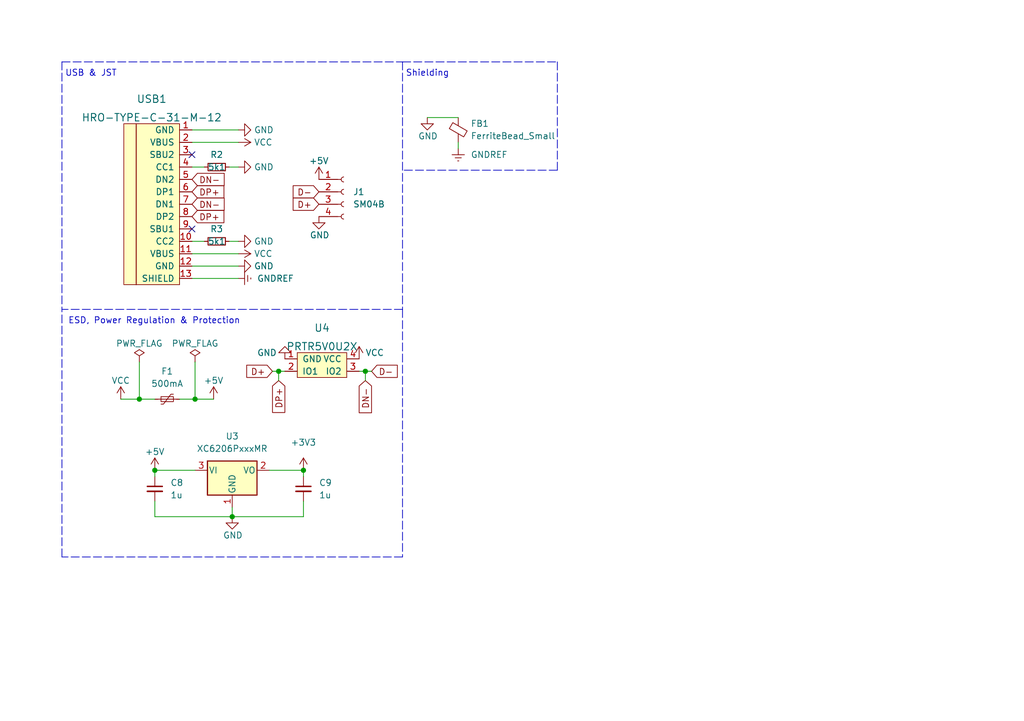
<source format=kicad_sch>
(kicad_sch (version 20211123) (generator eeschema)
  (paper "A5")
  (lib_symbols
    (symbol "Connector:Conn_01x04_Female" (pin_names (offset 1.016) hide)
      (property "Reference" "J" (at 0 5.08 0))
      (property "Value" "Conn_01x04_Female" (at 0 -7.62 0))
      (symbol "Conn_01x04_Female_1_1"
        (arc (start 0 -4.572) (mid -0.508 -5.08) (end 0 -5.588) (stroke (width 0.1524)))
        (arc (start 0 -2.032) (mid -0.508 -2.54) (end 0 -3.048) (stroke (width 0.1524)))
        (polyline (pts (xy -1.27 -5.08) (xy -0.508 -5.08)) (stroke (width 0.1524)))
        (polyline (pts (xy -1.27 -2.54) (xy -0.508 -2.54)) (stroke (width 0.1524)))
        (polyline (pts (xy -1.27 0) (xy -0.508 0)) (stroke (width 0.1524)))
        (polyline (pts (xy -1.27 2.54) (xy -0.508 2.54)) (stroke (width 0.1524)))
        (arc (start 0 0.508) (mid -0.508 0) (end 0 -0.508) (stroke (width 0.1524)))
        (arc (start 0 3.048) (mid -0.508 2.54) (end 0 2.032) (stroke (width 0.1524)))
        (pin passive line (at -5.08 2.54 0) (length 3.81) (name "Pin_1") (number "1"))
        (pin passive line (at -5.08 0 0) (length 3.81) (name "Pin_2") (number "2"))
        (pin passive line (at -5.08 -2.54 0) (length 3.81) (name "Pin_3") (number "3"))
        (pin passive line (at -5.08 -5.08 0) (length 3.81) (name "Pin_4") (number "4"))
      )
    )
    (symbol "Device:C_Small" (pin_numbers hide) (pin_names (offset 0.254) hide)
      (property "Reference" "C" (at 0.254 1.778 0))
      (property "Value" "C_Small" (at 0.254 -2.032 0))
      (symbol "C_Small_0_1"
        (polyline (pts (xy -1.524 -0.508) (xy 1.524 -0.508)) (stroke (width 0.3302)))
        (polyline (pts (xy -1.524 0.508) (xy 1.524 0.508)) (stroke (width 0.3048)))
      )
      (symbol "C_Small_1_1"
        (pin passive line (at 0 2.54 270) (length 2.032) (name "~") (number "1"))
        (pin passive line (at 0 -2.54 90) (length 2.032) (name "~") (number "2"))
      )
    )
    (symbol "Device:FerriteBead_Small" (pin_numbers hide) (pin_names (offset 0))
      (property "Reference" "FB" (at 1.905 1.27 0))
      (property "Value" "FerriteBead_Small" (at 1.905 -1.27 0))
      (symbol "FerriteBead_Small_0_1"
        (polyline (pts (xy 0 -1.27) (xy 0 -0.7874)))
        (polyline (pts (xy 0 0.889) (xy 0 1.2954)))
        (polyline (pts (xy -1.8288 0.2794) (xy -1.1176 1.4986) (xy 1.8288 -0.2032) (xy 1.1176 -1.4224) (xy -1.8288 0.2794)))
      )
      (symbol "FerriteBead_Small_1_1"
        (pin passive line (at 0 2.54 270) (length 1.27) (name "~") (number "1"))
        (pin passive line (at 0 -2.54 90) (length 1.27) (name "~") (number "2"))
      )
    )
    (symbol "Device:Polyfuse_Small" (pin_numbers hide) (pin_names (offset 0))
      (property "Reference" "F" (at -1.905 0 90))
      (property "Value" "Polyfuse_Small" (at 1.905 0 90))
      (symbol "Polyfuse_Small_0_1"
        (rectangle (start -0.508 1.27) (end 0.508 -1.27))
        (polyline (pts (xy 0 2.54) (xy 0 -2.54)))
        (polyline (pts (xy -1.016 1.27) (xy -1.016 0.762) (xy 1.016 -0.762) (xy 1.016 -1.27)))
      )
      (symbol "Polyfuse_Small_1_1"
        (pin passive line (at 0 2.54 270) (length 0.635) (name "~") (number "1"))
        (pin passive line (at 0 -2.54 90) (length 0.635) (name "~") (number "2"))
      )
    )
    (symbol "Device:R_Small" (pin_numbers hide) (pin_names (offset 0.254) hide)
      (property "Reference" "R" (at 0.762 0.508 0))
      (property "Value" "R_Small" (at 0.762 -1.016 0))
      (symbol "R_Small_0_1"
        (rectangle (start -0.762 1.778) (end 0.762 -1.778) (stroke (width 0.2032)))
      )
      (symbol "R_Small_1_1"
        (pin passive line (at 0 2.54 270) (length 0.762) (name "~") (number "1"))
        (pin passive line (at 0 -2.54 90) (length 0.762) (name "~") (number "2"))
      )
    )
    (symbol "Regulator_Linear:XC6206PxxxMR" (pin_names (offset 0.254))
      (property "Reference" "U" (at -3.81 3.175 0))
      (property "Value" "XC6206PxxxMR" (at 0 3.175 0))
      (symbol "XC6206PxxxMR_0_1"
        (rectangle (start -5.08 1.905) (end 5.08 -5.08) (stroke (width 0.254)) (fill (type background)))
      )
      (symbol "XC6206PxxxMR_1_1"
        (pin power_in line (at 0 -7.62 90) (length 2.54) (name "GND") (number "1"))
        (pin power_out line (at 7.62 0 180) (length 2.54) (name "VO") (number "2"))
        (pin power_in line (at -7.62 0 0) (length 2.54) (name "VI") (number "3"))
      )
    )
    (symbol "cipulot_parts:HRO-TYPE-C-31-M-12" (pin_names (offset 1.016))
      (property "Reference" "USB" (at -5.08 16.51 0))
      (property "Value" "HRO-TYPE-C-31-M-12" (at -10.16 -1.27 90))
      (symbol "HRO-TYPE-C-31-M-12_0_1"
        (rectangle (start -11.43 15.24) (end -8.89 -17.78) (fill (type background)))
        (rectangle (start 0 -17.78) (end -8.89 15.24) (fill (type background)))
      )
      (symbol "HRO-TYPE-C-31-M-12_1_1"
        (pin input line (at 2.54 13.97 180) (length 2.54) (name "GND") (number "1"))
        (pin input line (at 2.54 -8.89 180) (length 2.54) (name "CC2") (number "10"))
        (pin input line (at 2.54 -11.43 180) (length 2.54) (name "VBUS") (number "11"))
        (pin input line (at 2.54 -13.97 180) (length 2.54) (name "GND") (number "12"))
        (pin input line (at 2.54 -16.51 180) (length 2.54) (name "SHIELD") (number "13"))
        (pin input line (at 2.54 11.43 180) (length 2.54) (name "VBUS") (number "2"))
        (pin input line (at 2.54 8.89 180) (length 2.54) (name "SBU2") (number "3"))
        (pin input line (at 2.54 6.35 180) (length 2.54) (name "CC1") (number "4"))
        (pin input line (at 2.54 3.81 180) (length 2.54) (name "DN2") (number "5"))
        (pin input line (at 2.54 1.27 180) (length 2.54) (name "DP1") (number "6"))
        (pin input line (at 2.54 -1.27 180) (length 2.54) (name "DN1") (number "7"))
        (pin input line (at 2.54 -3.81 180) (length 2.54) (name "DP2") (number "8"))
        (pin input line (at 2.54 -6.35 180) (length 2.54) (name "SBU1") (number "9"))
      )
    )
    (symbol "cipulot_parts:PRTR5V0U2X" (pin_names (offset 1.016))
      (property "Reference" "U" (at 0 3.81 0))
      (property "Value" "PRTR5V0U2X" (at 0 -3.81 0))
      (symbol "PRTR5V0U2X_0_1"
        (rectangle (start -5.08 2.54) (end 5.08 -2.54) (fill (type background)))
      )
      (symbol "PRTR5V0U2X_1_1"
        (pin input line (at -7.62 1.27 0) (length 2.54) (name "GND") (number "1"))
        (pin input line (at -7.62 -1.27 0) (length 2.54) (name "IO1") (number "2"))
        (pin input line (at 7.62 -1.27 180) (length 2.54) (name "IO2") (number "3"))
        (pin input line (at 7.62 1.27 180) (length 2.54) (name "VCC") (number "4"))
      )
    )
    (symbol "power:+3V3" (power) (pin_names (offset 0))
      (property "Value" "+3V3" (at 0 3.556 0))
      (symbol "+3V3_0_1"
        (polyline (pts (xy -0.762 1.27) (xy 0 2.54)))
        (polyline (pts (xy 0 0) (xy 0 2.54)))
        (polyline (pts (xy 0 2.54) (xy 0.762 1.27)))
      )
      (symbol "+3V3_1_1"
        (pin power_in line (at 0 0 90) (length 0) hide (name "+3V3") (number "1"))
      )
    )
    (symbol "power:+5V" (power) (pin_names (offset 0))
      (property "Value" "+5V" (at 0 3.556 0))
      (symbol "+5V_0_1"
        (polyline (pts (xy -0.762 1.27) (xy 0 2.54)))
        (polyline (pts (xy 0 0) (xy 0 2.54)))
        (polyline (pts (xy 0 2.54) (xy 0.762 1.27)))
      )
      (symbol "+5V_1_1"
        (pin power_in line (at 0 0 90) (length 0) hide (name "+5V") (number "1"))
      )
    )
    (symbol "power:GND" (power) (pin_names (offset 0))
      (property "Value" "GND" (at 0 -3.81 0))
      (symbol "GND_0_1"
        (polyline (pts (xy 0 0) (xy 0 -1.27) (xy 1.27 -1.27) (xy 0 -2.54) (xy -1.27 -1.27) (xy 0 -1.27)))
      )
      (symbol "GND_1_1"
        (pin power_in line (at 0 0 270) (length 0) hide (name "GND") (number "1"))
      )
    )
    (symbol "power:GNDREF" (power) (pin_names (offset 0))
      (property "Value" "GNDREF" (at 0 -3.81 0))
      (symbol "GNDREF_0_1"
        (polyline (pts (xy -0.635 -1.905) (xy 0.635 -1.905)))
        (polyline (pts (xy -0.127 -2.54) (xy 0.127 -2.54)))
        (polyline (pts (xy 0 -1.27) (xy 0 0)))
        (polyline (pts (xy 1.27 -1.27) (xy -1.27 -1.27)))
      )
      (symbol "GNDREF_1_1"
        (pin power_in line (at 0 0 270) (length 0) hide (name "GNDREF") (number "1"))
      )
    )
    (symbol "power:PWR_FLAG" (power) (pin_numbers hide) (pin_names (offset 0) hide)
      (property "Value" "PWR_FLAG" (at 0 3.81 0))
      (symbol "PWR_FLAG_0_0"
        (pin power_out line (at 0 0 90) (length 0) (name "pwr") (number "1"))
      )
      (symbol "PWR_FLAG_0_1"
        (polyline (pts (xy 0 0) (xy 0 1.27) (xy -1.016 1.905) (xy 0 2.54) (xy 1.016 1.905) (xy 0 1.27)))
      )
    )
    (symbol "power:VCC" (power) (pin_names (offset 0))
      (property "Value" "VCC" (at 0 3.81 0))
      (symbol "VCC_0_1"
        (polyline (pts (xy -0.762 1.27) (xy 0 2.54)))
        (polyline (pts (xy 0 0) (xy 0 2.54)))
        (polyline (pts (xy 0 2.54) (xy 0.762 1.27)))
      )
      (symbol "VCC_1_1"
        (pin power_in line (at 0 0 90) (length 0) hide (name "VCC") (number "1"))
      )
    )
  )
  (junction (at 40.005 81.915))
  (junction (at 57.15 76.2))
  (junction (at 62.23 96.52))
  (junction (at 74.93 76.2))
  (junction (at 47.625 106.045))
  (junction (at 31.75 96.52))
  (junction (at 28.575 81.915))
  (no_connect (at 39.37 46.99))
  (no_connect (at 39.37 31.75))
  (wire (pts (xy 31.75 96.52) (xy 31.75 97.79)))
  (polyline (pts (xy 82.55 12.7) (xy 82.55 63.5)))
  (wire (pts (xy 24.765 81.915) (xy 28.575 81.915)))
  (wire (pts (xy 47.625 104.14) (xy 47.625 106.045)))
  (polyline (pts (xy 12.7 114.3) (xy 12.7 63.5)))
  (wire (pts (xy 31.75 96.52) (xy 40.005 96.52)))
  (polyline (pts (xy 114.3 12.7) (xy 114.3 34.925)))
  (wire (pts (xy 74.93 76.2) (xy 74.93 78.105)))
  (wire (pts (xy 46.99 49.53) (xy 48.895 49.53)))
  (wire (pts (xy 57.15 76.2) (xy 58.42 76.2)))
  (wire (pts (xy 73.66 76.2) (xy 74.93 76.2)))
  (wire (pts (xy 55.245 96.52) (xy 62.23 96.52)))
  (wire (pts (xy 39.37 26.67) (xy 48.895 26.67)))
  (polyline (pts (xy 12.7 12.7) (xy 12.7 63.5)))
  (wire (pts (xy 36.83 81.915) (xy 40.005 81.915)))
  (polyline (pts (xy 82.55 114.3) (xy 12.7 114.3)))
  (wire (pts (xy 28.575 81.915) (xy 31.75 81.915)))
  (wire (pts (xy 31.75 102.87) (xy 31.75 106.045)))
  (wire (pts (xy 39.37 49.53) (xy 41.91 49.53)))
  (wire (pts (xy 40.005 81.915) (xy 43.815 81.915)))
  (wire (pts (xy 39.37 57.15) (xy 48.895 57.15)))
  (wire (pts (xy 46.99 34.29) (xy 48.895 34.29)))
  (wire (pts (xy 39.37 34.29) (xy 41.91 34.29)))
  (wire (pts (xy 62.23 106.045) (xy 62.23 102.87)))
  (wire (pts (xy 39.37 52.07) (xy 48.895 52.07)))
  (polyline (pts (xy 82.55 63.5) (xy 82.55 114.3)))
  (polyline (pts (xy 82.55 63.5) (xy 12.7 63.5)))
  (wire (pts (xy 93.98 29.21) (xy 93.98 30.48)))
  (wire (pts (xy 28.575 74.295) (xy 28.575 81.915)))
  (wire (pts (xy 74.93 76.2) (xy 76.2 76.2)))
  (wire (pts (xy 87.63 24.13) (xy 93.98 24.13)))
  (wire (pts (xy 39.37 29.21) (xy 48.895 29.21)))
  (wire (pts (xy 62.23 96.52) (xy 62.23 97.79)))
  (polyline (pts (xy 114.3 34.925) (xy 82.55 34.925)))
  (polyline (pts (xy 12.7 12.7) (xy 82.55 12.7)))
  (wire (pts (xy 39.37 54.61) (xy 48.895 54.61)))
  (wire (pts (xy 57.15 76.2) (xy 57.15 78.105)))
  (polyline (pts (xy 82.55 12.7) (xy 114.3 12.7)))
  (wire (pts (xy 31.75 106.045) (xy 47.625 106.045)))
  (wire (pts (xy 47.625 106.045) (xy 62.23 106.045)))
  (wire (pts (xy 55.88 76.2) (xy 57.15 76.2)))
  (wire (pts (xy 40.005 74.295) (xy 40.005 81.915)))
  (text "Shielding\n" (at 83.185 15.875 0) (effects (font (size 1.27 1.27)) (justify left bottom)))
  (text "ESD, Power Regulation & Protection" (at 13.97 66.675 0) (effects (font (size 1.27 1.27)) (justify left bottom)))
  (text "USB & JST\n" (at 13.335 15.875 0) (effects (font (size 1.27 1.27)) (justify left bottom)))
  (global_label "D-" (shape input) (at 76.2 76.2 0) (property "Intersheet References" "${INTERSHEET_REFS}" (effects hide)))
  (global_label "D+" (shape input) (at 55.88 76.2 180) (property "Intersheet References" "${INTERSHEET_REFS}" (effects hide)))
  (global_label "D+" (shape input) (at 65.405 41.91 180) (property "Intersheet References" "${INTERSHEET_REFS}" (effects hide)))
  (global_label "DN-" (shape input) (at 39.37 41.91 0) (property "Intersheet References" "${INTERSHEET_REFS}" (effects hide)))
  (global_label "D-" (shape input) (at 65.405 39.37 180) (property "Intersheet References" "${INTERSHEET_REFS}" (effects hide)))
  (global_label "DP+" (shape input) (at 39.37 39.37 0) (property "Intersheet References" "${INTERSHEET_REFS}" (effects hide)))
  (global_label "DP+" (shape input) (at 57.15 78.105 270) (property "Intersheet References" "${INTERSHEET_REFS}" (effects hide)))
  (global_label "DN-" (shape input) (at 74.93 78.105 270) (property "Intersheet References" "${INTERSHEET_REFS}" (effects hide)))
  (global_label "DP+" (shape input) (at 39.37 44.45 0) (property "Intersheet References" "${INTERSHEET_REFS}" (effects hide)))
  (global_label "DN-" (shape input) (at 39.37 36.83 0) (property "Intersheet References" "${INTERSHEET_REFS}" (effects hide)))
  (symbol (lib_id "Device:R_Small") (at 44.45 49.53 90) (unit 1)
    (property "Reference" "R3" (at 44.45 46.99 90))
    (property "Value" "5k1" (at 44.45 49.53 90))
    (property "Footprint" "Resistor_SMD:R_0402_1005Metric" (effects hide))
  )
  (symbol (lib_id "power:PWR_FLAG") (at 28.575 74.295 0) (unit 1)
    (property "Reference" "#FLG0102" (effects hide))
    (property "Value" "PWR_FLAG" (at 28.575 70.485 0))
  )
  (symbol (lib_id "power:PWR_FLAG") (at 40.005 74.295 0) (unit 1)
    (property "Reference" "#FLG0101" (effects hide))
    (property "Value" "PWR_FLAG" (at 40.005 70.485 0))
  )
  (symbol (lib_id "power:GND") (at 48.895 54.61 90) (unit 1)
    (property "Reference" "#PWR0129" (effects hide))
    (property "Value" "GND" (at 52.07 54.6099 90) (effects (justify right)))
  )
  (symbol (lib_id "Device:Polyfuse_Small") (at 34.29 81.915 90) (unit 1)
    (property "Reference" "F1" (at 34.29 76.2 90))
    (property "Value" "500mA" (at 34.29 78.74 90))
    (property "Footprint" "Fuse:Fuse_0805_2012Metric" (effects hide))
  )
  (symbol (lib_id "power:GND") (at 58.42 73.66 180) (unit 1)
    (property "Reference" "#PWR0119" (effects hide))
    (property "Value" "GND" (at 52.705 72.39 0) (effects (justify right)))
  )
  (symbol (lib_id "power:GND") (at 65.405 44.45 0) (unit 1)
    (property "Reference" "#PWR0128" (effects hide))
    (property "Value" "GND" (at 63.5 48.26 0) (effects (justify left)))
  )
  (symbol (lib_id "Device:R_Small") (at 44.45 34.29 90) (unit 1)
    (property "Reference" "R2" (at 44.45 31.75 90))
    (property "Value" "5k1" (at 44.45 34.29 90))
    (property "Footprint" "Resistor_SMD:R_0402_1005Metric" (effects hide))
  )
  (symbol (lib_id "power:GNDREF") (at 48.895 57.15 90) (unit 1)
    (property "Reference" "#PWR0126" (effects hide))
    (property "Value" "GNDREF" (at 52.705 57.1499 90) (effects (justify right)))
  )
  (symbol (lib_id "Device:FerriteBead_Small") (at 93.98 26.67 0) (unit 1)
    (property "Reference" "FB1" (at 96.52 25.3618 0) (effects (justify left)))
    (property "Value" "FerriteBead_Small" (at 96.52 27.9018 0) (effects (justify left)))
    (property "Footprint" "Inductor_SMD:L_0805_2012Metric" (effects hide))
  )
  (symbol (lib_id "power:GNDREF") (at 93.98 30.48 0) (unit 1)
    (property "Reference" "#PWR0109" (effects hide))
    (property "Value" "GNDREF" (at 96.52 31.7499 0) (effects (justify left)))
  )
  (symbol (lib_id "power:GND") (at 48.895 49.53 90) (unit 1)
    (property "Reference" "#PWR0127" (effects hide))
    (property "Value" "GND" (at 52.07 49.5299 90) (effects (justify right)))
  )
  (symbol (lib_id "power:+5V") (at 43.815 81.915 0) (unit 1)
    (property "Reference" "#PWR0120" (effects hide))
    (property "Value" "+5V" (at 43.815 78.105 0))
  )
  (symbol (lib_id "Connector:Conn_01x04_Female") (at 70.485 39.37 0) (unit 1)
    (property "Reference" "J1" (at 72.39 39.3699 0) (effects (justify left)))
    (property "Value" "SM04B" (at 72.39 41.9099 0) (effects (justify left)))
    (property "Footprint" "Connector_JST:JST_SH_SM04B-SRSS-TB_1x04-1MP_P1.00mm_Horizontal" (effects hide))
  )
  (symbol (lib_id "power:+5V") (at 65.405 36.83 0) (unit 1)
    (property "Reference" "#PWR0136" (effects hide))
    (property "Value" "+5V" (at 65.405 33.02 0))
  )
  (symbol (lib_id "power:VCC") (at 73.66 73.66 0) (unit 1)
    (property "Reference" "#PWR0124" (effects hide))
    (property "Value" "VCC" (at 74.93 72.39 0) (effects (justify left)))
  )
  (symbol (lib_id "power:VCC") (at 48.895 29.21 270) (unit 1)
    (property "Reference" "#PWR0134" (effects hide))
    (property "Value" "VCC" (at 52.07 29.2099 90) (effects (justify left)))
  )
  (symbol (lib_id "power:+5V") (at 31.75 96.52 0) (unit 1)
    (property "Reference" "#PWR0123" (effects hide))
    (property "Value" "+5V" (at 31.75 92.71 0))
  )
  (symbol (lib_id "power:GND") (at 87.63 24.13 0) (unit 1)
    (property "Reference" "#PWR0110" (effects hide))
    (property "Value" "GND" (at 85.725 27.94 0) (effects (justify left)))
  )
  (symbol (lib_id "power:GND") (at 48.895 34.29 90) (unit 1)
    (property "Reference" "#PWR0133" (effects hide))
    (property "Value" "GND" (at 52.07 34.2899 90) (effects (justify right)))
  )
  (symbol (lib_id "power:GND") (at 47.625 106.045 0) (unit 1)
    (property "Reference" "#PWR0121" (effects hide))
    (property "Value" "GND" (at 45.72 109.855 0) (effects (justify left)))
  )
  (symbol (lib_id "power:VCC") (at 48.895 52.07 270) (unit 1)
    (property "Reference" "#PWR0130" (effects hide))
    (property "Value" "VCC" (at 52.07 52.0699 90) (effects (justify left)))
  )
  (symbol (lib_id "power:GND") (at 48.895 26.67 90) (unit 1)
    (property "Reference" "#PWR0135" (effects hide))
    (property "Value" "GND" (at 52.07 26.6699 90) (effects (justify right)))
  )
  (symbol (lib_id "Regulator_Linear:XC6206PxxxMR") (at 47.625 96.52 0) (unit 1)
    (property "Reference" "U3" (at 47.625 89.535 0))
    (property "Value" "XC6206PxxxMR" (at 47.625 92.075 0))
    (property "Footprint" "Package_TO_SOT_SMD:SOT-23" (effects hide))
    (property "Datasheet" "https://www.torexsemi.com/file/xc6206/XC6206.pdf" (effects hide))
  )
  (symbol (lib_id "Device:C_Small") (at 31.75 100.33 0) (unit 1)
    (property "Reference" "C8" (at 34.925 99.0662 0) (effects (justify left)))
    (property "Value" "1u" (at 34.925 101.6062 0) (effects (justify left)))
    (property "Footprint" "Capacitor_SMD:C_0402_1005Metric" (effects hide))
  )
  (symbol (lib_id "power:VCC") (at 24.765 81.915 0) (unit 1)
    (property "Reference" "#PWR0122" (effects hide))
    (property "Value" "VCC" (at 24.765 78.105 0))
  )
  (symbol (lib_id "Device:C_Small") (at 62.23 100.33 0) (unit 1)
    (property "Reference" "C9" (at 65.405 99.0662 0) (effects (justify left)))
    (property "Value" "1u" (at 65.405 101.6062 0) (effects (justify left)))
    (property "Footprint" "Capacitor_SMD:C_0402_1005Metric" (effects hide))
  )
  (symbol (lib_id "power:+3V3") (at 62.23 96.52 0) (unit 1)
    (property "Reference" "#PWR0125" (effects hide))
    (property "Value" "+3V3" (at 62.23 90.805 0))
  )
  (symbol (lib_id "cipulot_parts:HRO-TYPE-C-31-M-12") (at 36.83 40.64 0) (unit 1)
    (property "Reference" "USB1" (at 31.115 20.32 0) (effects (font (size 1.524 1.524))))
    (property "Value" "HRO-TYPE-C-31-M-12" (at 31.115 24.13 0) (effects (font (size 1.524 1.524))))
    (property "Footprint" "cipulot_parts:HRO-TYPE-C-31-M-12-Assembly" (effects hide))
  )
  (symbol (lib_id "cipulot_parts:PRTR5V0U2X") (at 66.04 74.93 0) (unit 1)
    (property "Reference" "U4" (at 66.04 67.31 0) (effects (font (size 1.524 1.524))))
    (property "Value" "PRTR5V0U2X" (at 66.04 71.12 0) (effects (font (size 1.524 1.524))))
    (property "Footprint" "random-keyboard-parts:SOT143B" (effects hide))
  )
)
</source>
